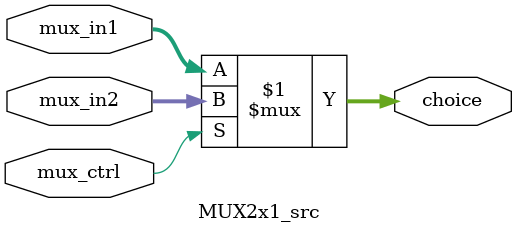
<source format=v>
`timescale 1ns / 1ps
module MUX2x1_src(choice, mux_in1, mux_in2, mux_ctrl);	////output, input, input, ctrl
	
	output	[31:0]	choice;
	input	[31:0]	mux_in1, mux_in2;
	input			mux_ctrl;

	assign choice = mux_ctrl? mux_in2 : mux_in1;
	
endmodule

</source>
